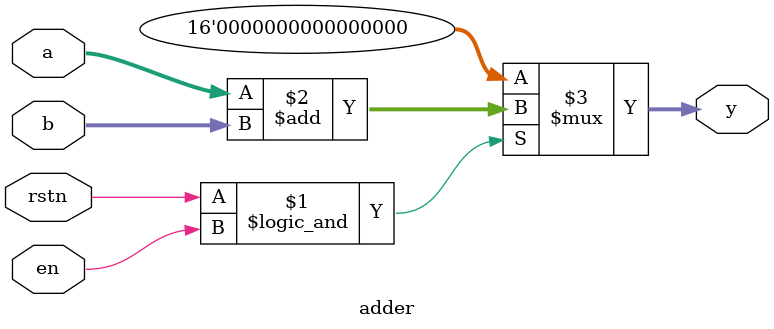
<source format=v>
module adder
  #(parameter DATA_WIDTH = 16)
  (
    input rstn,
    input en,
    input [DATA_WIDTH - 1 : 0] a,
    input [DATA_WIDTH - 1 : 0] b,
    output [DATA_WIDTH - 1 : 0] y
  );

  assign y = (rstn && en) ? (a + b) : {DATA_WIDTH{1'b0}};

endmodule
</source>
